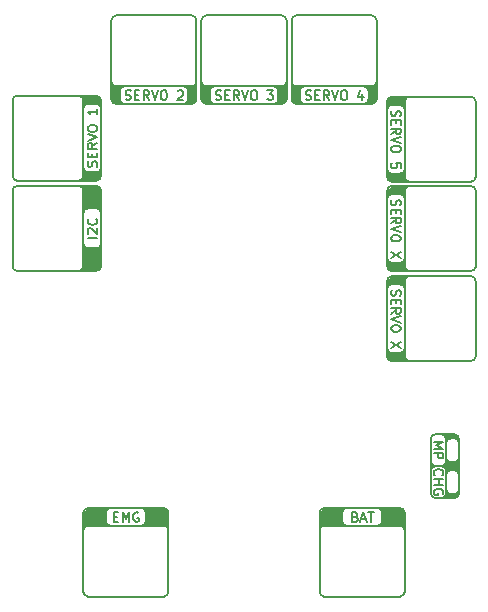
<source format=gbr>
G04 #@! TF.GenerationSoftware,KiCad,Pcbnew,(5.99.0-7554-g937713dbbc)*
G04 #@! TF.CreationDate,2020-12-16T08:12:25+03:00*
G04 #@! TF.ProjectId,BioniX,42696f6e-6958-42e6-9b69-6361645f7063,rev?*
G04 #@! TF.SameCoordinates,PX6422c40PY5a995c0*
G04 #@! TF.FileFunction,Legend,Top*
G04 #@! TF.FilePolarity,Positive*
%FSLAX46Y46*%
G04 Gerber Fmt 4.6, Leading zero omitted, Abs format (unit mm)*
G04 Created by KiCad (PCBNEW (5.99.0-7554-g937713dbbc)) date 2020-12-16 08:12:25*
%MOMM*%
%LPD*%
G01*
G04 APERTURE LIST*
%ADD10C,0.150000*%
%ADD11C,0.100000*%
G04 APERTURE END LIST*
D10*
X38010000Y14040000D02*
X38010000Y13790000D01*
X32110000Y35922843D02*
G75*
G03*
X32510000Y35522843I400000J0D01*
G01*
X38010000Y9065000D02*
X38010000Y8890000D01*
X32110000Y20732843D02*
G75*
G03*
X32510000Y20332843I400000J0D01*
G01*
D11*
X33200001Y7900000D02*
X33600000Y7500000D01*
X33600000Y7500000D02*
X33600000Y6400000D01*
X33600000Y6400000D02*
X31700000Y6400000D01*
X31700000Y6400000D02*
X31700001Y7900000D01*
X31700001Y7900000D02*
X33200001Y7900000D01*
G36*
X33600000Y7500000D02*
G01*
X33600000Y6400000D01*
X31700000Y6400000D01*
X31700001Y7900000D01*
X33200001Y7900000D01*
X33600000Y7500000D01*
G37*
X33600000Y7500000D02*
X33600000Y6400000D01*
X31700000Y6400000D01*
X31700001Y7900000D01*
X33200001Y7900000D01*
X33600000Y7500000D01*
D10*
X36710000Y8740000D02*
G75*
G03*
X37110000Y9140000I0J400000D01*
G01*
X400000Y36000000D02*
G75*
G03*
X800000Y35600000I400000J0D01*
G01*
D11*
X7900000Y28372157D02*
X7500000Y27972157D01*
X7500000Y27972157D02*
X6400000Y27972157D01*
X6400000Y27972157D02*
X6400000Y29872157D01*
X6400000Y29872157D02*
X7900000Y29872157D01*
X7900000Y29872157D02*
X7900000Y28372157D01*
G36*
X7900000Y28372157D02*
G01*
X7500000Y27972157D01*
X6400000Y27972157D01*
X6400000Y29872157D01*
X7900000Y29872157D01*
X7900000Y28372157D01*
G37*
X7900000Y28372157D02*
X7500000Y27972157D01*
X6400000Y27972157D01*
X6400000Y29872157D01*
X7900000Y29872157D01*
X7900000Y28372157D01*
X8300000Y7900000D02*
X8300000Y6400000D01*
X8300000Y6400000D02*
X6400000Y6400000D01*
X6400000Y6400000D02*
X6400000Y7500000D01*
X6400000Y7500000D02*
X6800000Y7900000D01*
X6800000Y7900000D02*
X8300000Y7900000D01*
G36*
X8300000Y6400000D02*
G01*
X6400000Y6400000D01*
X6400000Y7500000D01*
X6800000Y7900000D01*
X8300000Y7900000D01*
X8300000Y6400000D01*
G37*
X8300000Y6400000D02*
X6400000Y6400000D01*
X6400000Y7500000D01*
X6800000Y7900000D01*
X8300000Y7900000D01*
X8300000Y6400000D01*
D10*
X37810000Y8740000D02*
X36210000Y8740000D01*
X400000Y34772157D02*
X400000Y28372157D01*
X26800000Y400000D02*
X33200000Y400000D01*
X6400000Y36302843D02*
X7900000Y36302843D01*
X39207157Y27960000D02*
X32507157Y27960000D01*
D11*
X7900001Y33272154D02*
X6400000Y33272154D01*
X6400000Y33272154D02*
X6400000Y35172154D01*
X6400000Y35172154D02*
X7500001Y35172154D01*
X7500001Y35172154D02*
X7900001Y34772154D01*
X7900001Y34772154D02*
X7900001Y33272154D01*
G36*
X7900001Y34772154D02*
G01*
X7900001Y33272154D01*
X6400000Y33272154D01*
X6400000Y35172154D01*
X7500001Y35172154D01*
X7900001Y34772154D01*
G37*
X7900001Y34772154D02*
X7900001Y33272154D01*
X6400000Y33272154D01*
X6400000Y35172154D01*
X7500001Y35172154D01*
X7900001Y34772154D01*
D10*
X38210000Y10690000D02*
G75*
G03*
X37810000Y11090000I-400000J0D01*
G01*
X37110000Y11440000D02*
X37110000Y8740000D01*
X6400000Y34772157D02*
G75*
G03*
X6000000Y35172157I-400000J0D01*
G01*
X800000Y35172157D02*
G75*
G03*
X400000Y34772157I0J-400000D01*
G01*
X39207157Y35160000D02*
X32507157Y35160000D01*
D11*
X8772844Y42500001D02*
X8772844Y43600001D01*
X8772844Y43600001D02*
X9475687Y43600001D01*
X9475687Y43600001D02*
X9475687Y42100001D01*
X9475687Y42100001D02*
X9172844Y42100001D01*
X9172844Y42100001D02*
X8772844Y42500001D01*
G36*
X9475687Y42100001D02*
G01*
X9172844Y42100001D01*
X8772844Y42500001D01*
X8772844Y43600001D01*
X9475687Y43600001D01*
X9475687Y42100001D01*
G37*
X9475687Y42100001D02*
X9172844Y42100001D01*
X8772844Y42500001D01*
X8772844Y43600001D01*
X9475687Y43600001D01*
X9475687Y42100001D01*
D10*
X15572843Y42100000D02*
G75*
G03*
X15972843Y42500000I0J400000D01*
G01*
X6800000Y400000D02*
X13200000Y400000D01*
X37860000Y11640000D02*
X37160000Y11640000D01*
X7900000Y36000000D02*
X7900000Y42400000D01*
X33607157Y27960000D02*
X33607157Y35160000D01*
X38010000Y11340000D02*
X38010000Y11090000D01*
X35810000Y9140000D02*
X35810000Y11040000D01*
X11700000Y6400000D02*
X11700000Y7900000D01*
X800000Y42800000D02*
G75*
G03*
X400000Y42400000I0J-400000D01*
G01*
X37110000Y12170000D02*
G75*
G03*
X37510000Y11770000I400000J0D01*
G01*
X26400000Y800000D02*
X26400000Y7500000D01*
D11*
X16400001Y42502844D02*
X16400001Y43602843D01*
X16400001Y43602843D02*
X17102844Y43602843D01*
X17102844Y43602843D02*
X17102844Y42102844D01*
X17102844Y42102844D02*
X16800001Y42102844D01*
X16800001Y42102844D02*
X16400001Y42502844D01*
G36*
X17102844Y42102844D02*
G01*
X16800001Y42102844D01*
X16400001Y42502844D01*
X16400001Y43602843D01*
X17102844Y43602843D01*
X17102844Y42102844D01*
G37*
X17102844Y42102844D02*
X16800001Y42102844D01*
X16400001Y42502844D01*
X16400001Y43602843D01*
X17102844Y43602843D01*
X17102844Y42102844D01*
D10*
X38210000Y13740000D02*
X38210000Y10790000D01*
X30142843Y42100000D02*
G75*
G03*
X30542843Y42500000I0J400000D01*
G01*
X26800000Y7900000D02*
G75*
G03*
X26400000Y7500000I0J-400000D01*
G01*
X33610000Y42020000D02*
X32110000Y42020000D01*
X8772843Y44000000D02*
G75*
G03*
X9172843Y43600000I400000J0D01*
G01*
X37510000Y11090000D02*
G75*
G03*
X37110000Y10690000I0J-400000D01*
G01*
X39210000Y35522843D02*
G75*
G03*
X39610000Y35922843I0J400000D01*
G01*
X17102843Y42502843D02*
G75*
G03*
X17502843Y42102843I400000J0D01*
G01*
X39210000Y42722843D02*
X32510000Y42722843D01*
X24725686Y42500000D02*
G75*
G03*
X25125686Y42100000I400000J0D01*
G01*
D11*
X22920001Y43602843D02*
X23600001Y43602843D01*
X23600001Y43602843D02*
X23600001Y42502844D01*
X23600001Y42502844D02*
X23200001Y42102844D01*
X23200001Y42102844D02*
X22920001Y42102844D01*
X22920001Y42102844D02*
X22920001Y43602843D01*
G36*
X23600001Y42502844D02*
G01*
X23200001Y42102844D01*
X22920001Y42102844D01*
X22920001Y43602843D01*
X23600001Y43602843D01*
X23600001Y42502844D01*
G37*
X23600001Y42502844D02*
X23200001Y42102844D01*
X22920001Y42102844D01*
X22920001Y43602843D01*
X23600001Y43602843D01*
X23600001Y42502844D01*
D10*
X9875686Y43600000D02*
G75*
G03*
X9475686Y43200000I0J-400000D01*
G01*
X13600000Y800000D02*
X13600000Y7500000D01*
X6400000Y6400000D02*
X13600000Y6400000D01*
X24022843Y49200000D02*
X24022843Y42500000D01*
X37810000Y9070000D02*
X37110000Y9070000D01*
X33600000Y6000000D02*
G75*
G03*
X33200000Y6400000I-400000J0D01*
G01*
X15972843Y49200000D02*
X15972843Y42500000D01*
X34010000Y27532843D02*
G75*
G03*
X33610000Y27132843I0J-400000D01*
G01*
D11*
X32507158Y35160000D02*
X33607158Y35160000D01*
X33607158Y35160000D02*
X33607158Y34457157D01*
X33607158Y34457157D02*
X32107158Y34457157D01*
X32107158Y34457157D02*
X32107158Y34760000D01*
X32107158Y34760000D02*
X32507158Y35160000D01*
G36*
X33607158Y34457157D02*
G01*
X32107158Y34457157D01*
X32107158Y34760000D01*
X32507158Y35160000D01*
X33607158Y35160000D01*
X33607158Y34457157D01*
G37*
X33607158Y34457157D02*
X32107158Y34457157D01*
X32107158Y34760000D01*
X32507158Y35160000D01*
X33607158Y35160000D01*
X33607158Y34457157D01*
X7499999Y35600000D02*
X6399999Y35600000D01*
X6399999Y35600000D02*
X6399999Y36302843D01*
X6399999Y36302843D02*
X7899999Y36302843D01*
X7899999Y36302843D02*
X7899999Y36000000D01*
X7899999Y36000000D02*
X7499999Y35600000D01*
G36*
X7899999Y36000000D02*
G01*
X7499999Y35600000D01*
X6399999Y35600000D01*
X6399999Y36302843D01*
X7899999Y36302843D01*
X7899999Y36000000D01*
G37*
X7899999Y36000000D02*
X7499999Y35600000D01*
X6399999Y35600000D01*
X6399999Y36302843D01*
X7899999Y36302843D01*
X7899999Y36000000D01*
D10*
X33207157Y28640000D02*
G75*
G03*
X33607157Y29040000I0J400000D01*
G01*
X16800000Y49602843D02*
G75*
G03*
X16400000Y49202843I0J-400000D01*
G01*
X9172843Y42100000D02*
X15572843Y42100000D01*
X37810000Y11090000D02*
X37110000Y11090000D01*
X8772843Y49200000D02*
X8772843Y42500000D01*
X16400000Y44002843D02*
G75*
G03*
X16800000Y43602843I400000J0D01*
G01*
X35810000Y11440000D02*
X37810000Y11440000D01*
X32107157Y28640000D02*
X33607157Y28640000D01*
X6400000Y36702843D02*
G75*
G03*
X6800000Y36302843I400000J0D01*
G01*
X37860000Y8790000D02*
X37160000Y8790000D01*
X32110000Y21012843D02*
X33610000Y21012843D01*
X33600000Y800000D02*
X33600000Y7500000D01*
D11*
X32510001Y27532843D02*
X33610001Y27532843D01*
X33610001Y27532843D02*
X33610001Y26830000D01*
X33610001Y26830000D02*
X32110001Y26830000D01*
X32110001Y26830000D02*
X32110001Y27132843D01*
X32110001Y27132843D02*
X32510001Y27532843D01*
G36*
X33610001Y26830000D02*
G01*
X32110001Y26830000D01*
X32110001Y27132843D01*
X32510001Y27532843D01*
X33610001Y27532843D01*
X33610001Y26830000D01*
G37*
X33610001Y26830000D02*
X32110001Y26830000D01*
X32110001Y27132843D01*
X32510001Y27532843D01*
X33610001Y27532843D01*
X33610001Y26830000D01*
D10*
X17102843Y43602843D02*
X17102843Y42102843D01*
X15972843Y43600000D02*
X8772843Y43600000D01*
X7900000Y34772157D02*
G75*
G03*
X7500000Y35172157I-400000J0D01*
G01*
X31700000Y6400000D02*
X31700000Y7900000D01*
X7500000Y29872157D02*
G75*
G03*
X7900000Y30272157I0J400000D01*
G01*
X37510000Y13790000D02*
G75*
G03*
X37110000Y13390000I0J-400000D01*
G01*
X37860000Y11190000D02*
X37160000Y11190000D01*
X22920000Y43202843D02*
G75*
G03*
X22520000Y43602843I-400000J0D01*
G01*
X7500000Y35600000D02*
G75*
G03*
X7900000Y36000000I0J400000D01*
G01*
X13200000Y7900000D02*
X6800000Y7900000D01*
X800000Y27972157D02*
X7500000Y27972157D01*
X32510000Y42722843D02*
G75*
G03*
X32110000Y42322843I0J-400000D01*
G01*
X23600000Y43602843D02*
X16400000Y43602843D01*
X37860000Y14040000D02*
X37910000Y13840000D01*
X37810000Y14140000D02*
X37160000Y14140000D01*
X36210000Y14140000D02*
X37810000Y14140000D01*
X23200000Y43602843D02*
G75*
G03*
X23600000Y44002843I0J400000D01*
G01*
X37910000Y11765000D02*
X37860000Y11490000D01*
X32110000Y27132843D02*
X32110000Y20732843D01*
X6800000Y6400000D02*
G75*
G03*
X6400000Y6000000I0J-400000D01*
G01*
X37860000Y8940000D02*
X37160000Y8940000D01*
X26800000Y6400000D02*
G75*
G03*
X26400000Y6000000I0J-400000D01*
G01*
X24022843Y44000000D02*
G75*
G03*
X24422843Y43600000I400000J0D01*
G01*
X33610000Y35522843D02*
X33610000Y42722843D01*
X33610000Y41620000D02*
G75*
G03*
X33210000Y42020000I-400000J0D01*
G01*
X13200000Y400000D02*
G75*
G03*
X13600000Y800000I0J400000D01*
G01*
X39610000Y35922843D02*
X39610000Y42322843D01*
X37110000Y9470000D02*
G75*
G03*
X37510000Y9070000I400000J0D01*
G01*
X6400000Y35172157D02*
X6400000Y27972157D01*
X33610000Y26830000D02*
X32110000Y26830000D01*
X37860000Y11340000D02*
X37910000Y11140000D01*
X7900000Y32872157D02*
G75*
G03*
X7500000Y33272157I-400000J0D01*
G01*
X37860000Y11490000D02*
X37160000Y11490000D01*
X37110000Y11040000D02*
G75*
G03*
X36710000Y11440000I-400000J0D01*
G01*
X6400000Y800000D02*
G75*
G03*
X6800000Y400000I400000J0D01*
G01*
X24022843Y42500000D02*
G75*
G03*
X24422843Y42100000I400000J0D01*
G01*
X23200000Y49602843D02*
X16800000Y49602843D01*
X11300000Y6400000D02*
G75*
G03*
X11700000Y6800000I0J400000D01*
G01*
X30822843Y49600000D02*
X24422843Y49600000D01*
X32107157Y34760000D02*
X32107157Y28360000D01*
X32510000Y27532843D02*
G75*
G03*
X32110000Y27132843I0J-400000D01*
G01*
X30542843Y42100000D02*
X30542843Y43600000D01*
X24725686Y43600000D02*
X24725686Y42100000D01*
D11*
X13200000Y7900000D02*
X13600000Y7500000D01*
X13600000Y7500000D02*
X13600000Y6400000D01*
X13600000Y6400000D02*
X11700000Y6400000D01*
X11700000Y6400000D02*
X11700000Y7900000D01*
X11700000Y7900000D02*
X13200000Y7900000D01*
G36*
X13600000Y7500000D02*
G01*
X13600000Y6400000D01*
X11700000Y6400000D01*
X11700000Y7900000D01*
X13200000Y7900000D01*
X13600000Y7500000D01*
G37*
X13600000Y7500000D02*
X13600000Y6400000D01*
X11700000Y6400000D01*
X11700000Y7900000D01*
X13200000Y7900000D01*
X13600000Y7500000D01*
D10*
X16800000Y42102843D02*
X23200000Y42102843D01*
X36710000Y11440000D02*
G75*
G03*
X37110000Y11840000I0J400000D01*
G01*
X37810000Y11770000D02*
G75*
G03*
X38210000Y12170000I0J400000D01*
G01*
X33610000Y20332843D02*
X33610000Y27532843D01*
X39610000Y42322843D02*
G75*
G03*
X39210000Y42722843I-400000J0D01*
G01*
D11*
X6400000Y42120000D02*
X6400000Y42800000D01*
X6400000Y42800000D02*
X7500000Y42800000D01*
X7500000Y42800000D02*
X7900000Y42400000D01*
X7900000Y42400000D02*
X7900000Y42120000D01*
X7900000Y42120000D02*
X6400000Y42120000D01*
G36*
X7900000Y42400000D02*
G01*
X7900000Y42120000D01*
X6400000Y42120000D01*
X6400000Y42800000D01*
X7500000Y42800000D01*
X7900000Y42400000D01*
G37*
X7900000Y42400000D02*
X7900000Y42120000D01*
X6400000Y42120000D01*
X6400000Y42800000D01*
X7500000Y42800000D01*
X7900000Y42400000D01*
D10*
X7900000Y28372157D02*
X7900000Y34772157D01*
X39207157Y27960000D02*
G75*
G03*
X39607157Y28360000I0J400000D01*
G01*
X33200000Y7900000D02*
X26800000Y7900000D01*
X39610000Y20732843D02*
X39610000Y27132843D01*
X16400000Y42502843D02*
G75*
G03*
X16800000Y42102843I400000J0D01*
G01*
X39210000Y27532843D02*
X32510000Y27532843D01*
X800000Y35600000D02*
X7500000Y35600000D01*
X38210000Y11040000D02*
G75*
G03*
X37810000Y11440000I-400000J0D01*
G01*
X37810000Y8740000D02*
G75*
G03*
X38210000Y9140000I0J400000D01*
G01*
X39610000Y27132843D02*
G75*
G03*
X39210000Y27532843I-400000J0D01*
G01*
D11*
X33609998Y36202843D02*
X33609998Y35522843D01*
X33609998Y35522843D02*
X32510001Y35522843D01*
X32510001Y35522843D02*
X32110001Y35922844D01*
X32110001Y35922844D02*
X32110001Y36202844D01*
X32110001Y36202844D02*
X33609998Y36202843D01*
G36*
X33609998Y36202843D02*
G01*
X33609998Y35522843D01*
X32510001Y35522843D01*
X32110001Y35922844D01*
X32110001Y36202844D01*
X33609998Y36202843D01*
G37*
X33609998Y36202843D02*
X33609998Y35522843D01*
X32510001Y35522843D01*
X32110001Y35922844D01*
X32110001Y36202844D01*
X33609998Y36202843D01*
D10*
X39210000Y20332843D02*
X32510000Y20332843D01*
X32507157Y34457157D02*
G75*
G03*
X32107157Y34057157I0J-400000D01*
G01*
X33607157Y28360000D02*
G75*
G03*
X34007157Y27960000I400000J0D01*
G01*
X38180000Y11440000D02*
X37160000Y11440000D01*
X36210000Y11440000D02*
G75*
G03*
X35810000Y11040000I0J-400000D01*
G01*
X38092843Y11322843D02*
X38092843Y11040000D01*
X37810000Y11440000D02*
G75*
G03*
X38210000Y11840000I0J400000D01*
G01*
X38110000Y11865000D02*
X38092843Y11640000D01*
D11*
X15292844Y43600001D02*
X15972844Y43600001D01*
X15972844Y43600001D02*
X15972844Y42500001D01*
X15972844Y42500001D02*
X15572844Y42100001D01*
X15572844Y42100001D02*
X15292844Y42100001D01*
X15292844Y42100001D02*
X15292844Y43600001D01*
G36*
X15972844Y42500001D02*
G01*
X15572844Y42100001D01*
X15292844Y42100001D01*
X15292844Y43600001D01*
X15972844Y43600001D01*
X15972844Y42500001D01*
G37*
X15972844Y42500001D02*
X15572844Y42100001D01*
X15292844Y42100001D01*
X15292844Y43600001D01*
X15972844Y43600001D01*
X15972844Y42500001D01*
D10*
X33607157Y34457157D02*
X32107157Y34457157D01*
X15292843Y42100000D02*
X15292843Y43600000D01*
X6800000Y42120000D02*
G75*
G03*
X6400000Y41720000I0J-400000D01*
G01*
D11*
X32510002Y42722843D02*
X33610001Y42722843D01*
X33610001Y42722843D02*
X33610001Y42019997D01*
X33610001Y42019997D02*
X32110002Y42020000D01*
X32110002Y42020000D02*
X32110005Y42322843D01*
X32110005Y42322843D02*
X32510002Y42722843D01*
G36*
X33610001Y42019997D02*
G01*
X32110002Y42020000D01*
X32110005Y42322843D01*
X32510002Y42722843D01*
X33610001Y42722843D01*
X33610001Y42019997D01*
G37*
X33610001Y42019997D02*
X32110002Y42020000D01*
X32110005Y42322843D01*
X32510002Y42722843D01*
X33610001Y42722843D01*
X33610001Y42019997D01*
D10*
X33610000Y26430000D02*
G75*
G03*
X33210000Y26830000I-400000J0D01*
G01*
X14892843Y42100000D02*
G75*
G03*
X15292843Y42500000I0J400000D01*
G01*
X38092843Y14022843D02*
X38092843Y13740000D01*
X28700000Y7900000D02*
G75*
G03*
X28300000Y7500000I0J-400000D01*
G01*
X6000000Y27972157D02*
G75*
G03*
X6400000Y28372157I0J400000D01*
G01*
X32510000Y42020000D02*
G75*
G03*
X32110000Y41620000I0J-400000D01*
G01*
X23600000Y49202843D02*
X23600000Y42502843D01*
X37810000Y9070000D02*
G75*
G03*
X38210000Y9470000I0J400000D01*
G01*
X37810000Y11770000D02*
X37110000Y11770000D01*
X31222843Y43600000D02*
X24022843Y43600000D01*
X38210000Y13740000D02*
G75*
G03*
X37810000Y14140000I-400000J0D01*
G01*
X31300000Y6400000D02*
G75*
G03*
X31700000Y6800000I0J400000D01*
G01*
X37810000Y13790000D02*
X37110000Y13790000D01*
X800000Y42800000D02*
X7500000Y42800000D01*
X32110000Y42322843D02*
X32110000Y35922843D01*
D11*
X33607158Y28640000D02*
X33607158Y27960000D01*
X33607158Y27960000D02*
X32507158Y27960000D01*
X32507158Y27960000D02*
X32107158Y28360000D01*
X32107158Y28360000D02*
X32107158Y28640000D01*
X32107158Y28640000D02*
X33607158Y28640000D01*
G36*
X33607158Y27960000D02*
G01*
X32507158Y27960000D01*
X32107158Y28360000D01*
X32107158Y28640000D01*
X33607158Y28640000D01*
X33607158Y27960000D01*
G37*
X33607158Y27960000D02*
X32507158Y27960000D01*
X32107158Y28360000D01*
X32107158Y28640000D01*
X33607158Y28640000D01*
X33607158Y27960000D01*
D10*
X32107157Y29040000D02*
G75*
G03*
X32507157Y28640000I400000J0D01*
G01*
X23600000Y49202843D02*
G75*
G03*
X23200000Y49602843I-400000J0D01*
G01*
X6400000Y42800000D02*
X6400000Y35600000D01*
X6000000Y35600000D02*
G75*
G03*
X6400000Y36000000I0J400000D01*
G01*
X9172843Y49600000D02*
G75*
G03*
X8772843Y49200000I0J-400000D01*
G01*
X33210000Y21012843D02*
G75*
G03*
X33610000Y21412843I0J400000D01*
G01*
X32110000Y21412843D02*
G75*
G03*
X32510000Y21012843I400000J0D01*
G01*
X6800000Y7900000D02*
G75*
G03*
X6400000Y7500000I0J-400000D01*
G01*
X23200000Y42102843D02*
G75*
G03*
X23600000Y42502843I0J400000D01*
G01*
X31222843Y49200000D02*
X31222843Y42500000D01*
X32510000Y26830000D02*
G75*
G03*
X32110000Y26430000I0J-400000D01*
G01*
X6400000Y29872157D02*
X7900000Y29872157D01*
X36210000Y14140000D02*
G75*
G03*
X35810000Y13740000I0J-400000D01*
G01*
X13600000Y6000000D02*
G75*
G03*
X13200000Y6400000I-400000J0D01*
G01*
X11700000Y7500000D02*
G75*
G03*
X11300000Y7900000I-400000J0D01*
G01*
D11*
X28300000Y7900000D02*
X28300000Y6400000D01*
X28300000Y6400000D02*
X26400000Y6400000D01*
X26400000Y6400000D02*
X26400000Y7500000D01*
X26400000Y7500000D02*
X26800000Y7900000D01*
X26800000Y7900000D02*
X28300000Y7900000D01*
G36*
X28300000Y6400000D02*
G01*
X26400000Y6400000D01*
X26400000Y7500000D01*
X26800000Y7900000D01*
X28300000Y7900000D01*
X28300000Y6400000D01*
G37*
X28300000Y6400000D02*
X26400000Y6400000D01*
X26400000Y7500000D01*
X26800000Y7900000D01*
X28300000Y7900000D01*
X28300000Y6400000D01*
D10*
X25125686Y43600000D02*
G75*
G03*
X24725686Y43200000I0J-400000D01*
G01*
X13600000Y7500000D02*
G75*
G03*
X13200000Y7900000I-400000J0D01*
G01*
D11*
X30542844Y43600001D02*
X31222844Y43600001D01*
X31222844Y43600001D02*
X31222844Y42500001D01*
X31222844Y42500001D02*
X30822844Y42100001D01*
X30822844Y42100001D02*
X30542844Y42100001D01*
X30542844Y42100001D02*
X30542844Y43600001D01*
G36*
X31222844Y42500001D02*
G01*
X30822844Y42100001D01*
X30542844Y42100001D01*
X30542844Y43600001D01*
X31222844Y43600001D01*
X31222844Y42500001D01*
G37*
X31222844Y42500001D02*
X30822844Y42100001D01*
X30542844Y42100001D01*
X30542844Y43600001D01*
X31222844Y43600001D01*
X31222844Y42500001D01*
D10*
X32110000Y36602843D02*
G75*
G03*
X32510000Y36202843I400000J0D01*
G01*
X35810000Y11040000D02*
X35810000Y13740000D01*
X37860000Y14040000D02*
X37160000Y14040000D01*
X15972843Y49200000D02*
G75*
G03*
X15572843Y49600000I-400000J0D01*
G01*
X8300000Y7900000D02*
X8300000Y6400000D01*
X37110000Y13740000D02*
G75*
G03*
X36710000Y14140000I-400000J0D01*
G01*
X39607157Y34760000D02*
G75*
G03*
X39207157Y35160000I-400000J0D01*
G01*
X39607157Y28300000D02*
X39607157Y34700000D01*
X39210000Y35522843D02*
X32510000Y35522843D01*
X9475686Y43600000D02*
X9475686Y42100000D01*
X8700000Y7900000D02*
G75*
G03*
X8300000Y7500000I0J-400000D01*
G01*
X22920000Y42102843D02*
X22920000Y43602843D01*
X28300000Y7900000D02*
X28300000Y6400000D01*
X6400000Y800000D02*
X6400000Y7500000D01*
D11*
X33610001Y21012843D02*
X33610001Y20332843D01*
X33610001Y20332843D02*
X32510001Y20332843D01*
X32510001Y20332843D02*
X32110001Y20732843D01*
X32110001Y20732843D02*
X32110001Y21012843D01*
X32110001Y21012843D02*
X33610001Y21012843D01*
G36*
X33610001Y20332843D02*
G01*
X32510001Y20332843D01*
X32110001Y20732843D01*
X32110001Y21012843D01*
X33610001Y21012843D01*
X33610001Y20332843D01*
G37*
X33610001Y20332843D02*
X32510001Y20332843D01*
X32110001Y20732843D01*
X32110001Y21012843D01*
X33610001Y21012843D01*
X33610001Y20332843D01*
D10*
X38210000Y13390000D02*
G75*
G03*
X37810000Y13790000I-400000J0D01*
G01*
X33200000Y400000D02*
G75*
G03*
X33600000Y800000I0J400000D01*
G01*
X15292843Y43200000D02*
G75*
G03*
X14892843Y43600000I-400000J0D01*
G01*
X24422843Y49600000D02*
G75*
G03*
X24022843Y49200000I0J-400000D01*
G01*
X33610000Y35922843D02*
G75*
G03*
X34010000Y35522843I400000J0D01*
G01*
X6400000Y42400000D02*
G75*
G03*
X6000000Y42800000I-400000J0D01*
G01*
X7900000Y42400000D02*
G75*
G03*
X7500000Y42800000I-400000J0D01*
G01*
X33600000Y7500000D02*
G75*
G03*
X33200000Y7900000I-400000J0D01*
G01*
X7900000Y33272157D02*
X6400000Y33272157D01*
X30822843Y42100000D02*
G75*
G03*
X31222843Y42500000I0J400000D01*
G01*
X33210000Y36202843D02*
G75*
G03*
X33610000Y36602843I0J400000D01*
G01*
X7500000Y36302843D02*
G75*
G03*
X7900000Y36702843I0J400000D01*
G01*
X400000Y28372157D02*
G75*
G03*
X800000Y27972157I400000J0D01*
G01*
X38010000Y11765000D02*
X38010000Y11590000D01*
X37110000Y14140000D02*
X37110000Y11440000D01*
X37860000Y11340000D02*
X37160000Y11340000D01*
X38110000Y9165000D02*
X38092843Y8940000D01*
X34007157Y35160000D02*
G75*
G03*
X33607157Y34760000I0J-400000D01*
G01*
X35810000Y11840000D02*
G75*
G03*
X36210000Y11440000I400000J0D01*
G01*
X28300000Y6800000D02*
G75*
G03*
X28700000Y6400000I400000J0D01*
G01*
X26400000Y6400000D02*
X33600000Y6400000D01*
X32110000Y36202843D02*
X33610000Y36202843D01*
X31222843Y49200000D02*
G75*
G03*
X30822843Y49600000I-400000J0D01*
G01*
X8772843Y42500000D02*
G75*
G03*
X9172843Y42100000I400000J0D01*
G01*
X800000Y35172157D02*
X7500000Y35172157D01*
X34010000Y42722843D02*
G75*
G03*
X33610000Y42322843I0J-400000D01*
G01*
X38210000Y11040000D02*
X38210000Y9140000D01*
X400000Y42400000D02*
X400000Y36000000D01*
X33610000Y20732843D02*
G75*
G03*
X34010000Y20332843I400000J0D01*
G01*
X32107157Y28360000D02*
G75*
G03*
X32507157Y27960000I400000J0D01*
G01*
X24422843Y42100000D02*
X30822843Y42100000D01*
X26400000Y800000D02*
G75*
G03*
X26800000Y400000I400000J0D01*
G01*
X22520000Y42102843D02*
G75*
G03*
X22920000Y42502843I0J400000D01*
G01*
X6400000Y30272157D02*
G75*
G03*
X6800000Y29872157I400000J0D01*
G01*
X30542843Y43200000D02*
G75*
G03*
X30142843Y43600000I-400000J0D01*
G01*
X7900000Y42120000D02*
X6400000Y42120000D01*
X31700000Y7500000D02*
G75*
G03*
X31300000Y7900000I-400000J0D01*
G01*
X32507157Y35160000D02*
G75*
G03*
X32107157Y34760000I0J-400000D01*
G01*
X7900000Y41720000D02*
G75*
G03*
X7500000Y42120000I-400000J0D01*
G01*
X37860000Y13890000D02*
X37160000Y13890000D01*
X16400000Y49202843D02*
X16400000Y42502843D01*
X35810000Y9140000D02*
G75*
G03*
X36210000Y8740000I400000J0D01*
G01*
X7500000Y27972157D02*
G75*
G03*
X7900000Y28372157I0J400000D01*
G01*
X9475686Y42500000D02*
G75*
G03*
X9875686Y42100000I400000J0D01*
G01*
X37910000Y9065000D02*
X37860000Y8790000D01*
X15572843Y49600000D02*
X9172843Y49600000D01*
X30822843Y43600000D02*
G75*
G03*
X31222843Y44000000I0J400000D01*
G01*
X17502843Y43602843D02*
G75*
G03*
X17102843Y43202843I0J-400000D01*
G01*
X8300000Y6800000D02*
G75*
G03*
X8700000Y6400000I400000J0D01*
G01*
D11*
X24022844Y42500001D02*
X24022844Y43600001D01*
X24022844Y43600001D02*
X24725687Y43600001D01*
X24725687Y43600001D02*
X24725687Y42100001D01*
X24725687Y42100001D02*
X24422844Y42100001D01*
X24422844Y42100001D02*
X24022844Y42500001D01*
G36*
X24725687Y42100001D02*
G01*
X24422844Y42100001D01*
X24022844Y42500001D01*
X24022844Y43600001D01*
X24725687Y43600001D01*
X24725687Y42100001D01*
G37*
X24725687Y42100001D02*
X24422844Y42100001D01*
X24022844Y42500001D01*
X24022844Y43600001D01*
X24725687Y43600001D01*
X24725687Y42100001D01*
D10*
X15572843Y43600000D02*
G75*
G03*
X15972843Y44000000I0J400000D01*
G01*
X6800000Y33272157D02*
G75*
G03*
X6400000Y32872157I0J-400000D01*
G01*
X39210000Y20332843D02*
G75*
G03*
X39610000Y20732843I0J400000D01*
G01*
X33607157Y34057157D02*
G75*
G03*
X33207157Y34457157I-400000J0D01*
G01*
X8991428Y7157143D02*
X9258095Y7157143D01*
X9372380Y6738096D02*
X8991428Y6738096D01*
X8991428Y7538096D01*
X9372380Y7538096D01*
X9715238Y6738096D02*
X9715238Y7538096D01*
X9981904Y6966667D01*
X10248571Y7538096D01*
X10248571Y6738096D01*
X11048571Y7500000D02*
X10972380Y7538096D01*
X10858095Y7538096D01*
X10743809Y7500000D01*
X10667619Y7423810D01*
X10629523Y7347620D01*
X10591428Y7195239D01*
X10591428Y7080953D01*
X10629523Y6928572D01*
X10667619Y6852381D01*
X10743809Y6776191D01*
X10858095Y6738096D01*
X10934285Y6738096D01*
X11048571Y6776191D01*
X11086666Y6814286D01*
X11086666Y7080953D01*
X10934285Y7080953D01*
X25217590Y42483348D02*
X25331876Y42445253D01*
X25522352Y42445253D01*
X25598543Y42483348D01*
X25636638Y42521443D01*
X25674733Y42597634D01*
X25674733Y42673824D01*
X25636638Y42750015D01*
X25598543Y42788110D01*
X25522352Y42826205D01*
X25369971Y42864300D01*
X25293781Y42902396D01*
X25255686Y42940491D01*
X25217590Y43016681D01*
X25217590Y43092872D01*
X25255686Y43169062D01*
X25293781Y43207157D01*
X25369971Y43245253D01*
X25560447Y43245253D01*
X25674733Y43207157D01*
X26017590Y42864300D02*
X26284257Y42864300D01*
X26398543Y42445253D02*
X26017590Y42445253D01*
X26017590Y43245253D01*
X26398543Y43245253D01*
X27198543Y42445253D02*
X26931876Y42826205D01*
X26741400Y42445253D02*
X26741400Y43245253D01*
X27046162Y43245253D01*
X27122352Y43207157D01*
X27160447Y43169062D01*
X27198543Y43092872D01*
X27198543Y42978586D01*
X27160447Y42902396D01*
X27122352Y42864300D01*
X27046162Y42826205D01*
X26741400Y42826205D01*
X27427114Y43245253D02*
X27693781Y42445253D01*
X27960447Y43245253D01*
X28379495Y43245253D02*
X28531876Y43245253D01*
X28608066Y43207157D01*
X28684257Y43130967D01*
X28722352Y42978586D01*
X28722352Y42711919D01*
X28684257Y42559538D01*
X28608066Y42483348D01*
X28531876Y42445253D01*
X28379495Y42445253D01*
X28303305Y42483348D01*
X28227114Y42559538D01*
X28189019Y42711919D01*
X28189019Y42978586D01*
X28227114Y43130967D01*
X28303305Y43207157D01*
X28379495Y43245253D01*
X30017590Y42978586D02*
X30017590Y42445253D01*
X29827114Y43283348D02*
X29636638Y42711919D01*
X30131876Y42711919D01*
X29429523Y7157143D02*
X29543809Y7119048D01*
X29581904Y7080953D01*
X29620000Y7004762D01*
X29620000Y6890477D01*
X29581904Y6814286D01*
X29543809Y6776191D01*
X29467619Y6738096D01*
X29162857Y6738096D01*
X29162857Y7538096D01*
X29429523Y7538096D01*
X29505714Y7500000D01*
X29543809Y7461905D01*
X29581904Y7385715D01*
X29581904Y7309524D01*
X29543809Y7233334D01*
X29505714Y7195239D01*
X29429523Y7157143D01*
X29162857Y7157143D01*
X29924761Y6966667D02*
X30305714Y6966667D01*
X29848571Y6738096D02*
X30115238Y7538096D01*
X30381904Y6738096D01*
X30534285Y7538096D02*
X30991428Y7538096D01*
X30762857Y6738096D02*
X30762857Y7538096D01*
X7551904Y30771205D02*
X6751904Y30771205D01*
X6828095Y31114062D02*
X6790000Y31152157D01*
X6751904Y31228348D01*
X6751904Y31418824D01*
X6790000Y31495015D01*
X6828095Y31533110D01*
X6904285Y31571205D01*
X6980476Y31571205D01*
X7094761Y31533110D01*
X7551904Y31075967D01*
X7551904Y31571205D01*
X7475714Y32371205D02*
X7513809Y32333110D01*
X7551904Y32218824D01*
X7551904Y32142634D01*
X7513809Y32028348D01*
X7437619Y31952157D01*
X7361428Y31914062D01*
X7209047Y31875967D01*
X7094761Y31875967D01*
X6942380Y31914062D01*
X6866190Y31952157D01*
X6790000Y32028348D01*
X6751904Y32142634D01*
X6751904Y32218824D01*
X6790000Y32333110D01*
X6828095Y32371205D01*
X9967590Y42486191D02*
X10081876Y42448096D01*
X10272352Y42448096D01*
X10348543Y42486191D01*
X10386638Y42524286D01*
X10424733Y42600477D01*
X10424733Y42676667D01*
X10386638Y42752858D01*
X10348543Y42790953D01*
X10272352Y42829048D01*
X10119971Y42867143D01*
X10043781Y42905239D01*
X10005686Y42943334D01*
X9967590Y43019524D01*
X9967590Y43095715D01*
X10005686Y43171905D01*
X10043781Y43210000D01*
X10119971Y43248096D01*
X10310447Y43248096D01*
X10424733Y43210000D01*
X10767590Y42867143D02*
X11034257Y42867143D01*
X11148543Y42448096D02*
X10767590Y42448096D01*
X10767590Y43248096D01*
X11148543Y43248096D01*
X11948543Y42448096D02*
X11681876Y42829048D01*
X11491400Y42448096D02*
X11491400Y43248096D01*
X11796162Y43248096D01*
X11872352Y43210000D01*
X11910447Y43171905D01*
X11948543Y43095715D01*
X11948543Y42981429D01*
X11910447Y42905239D01*
X11872352Y42867143D01*
X11796162Y42829048D01*
X11491400Y42829048D01*
X12177114Y43248096D02*
X12443781Y42448096D01*
X12710447Y43248096D01*
X13129495Y43248096D02*
X13281876Y43248096D01*
X13358066Y43210000D01*
X13434257Y43133810D01*
X13472352Y42981429D01*
X13472352Y42714762D01*
X13434257Y42562381D01*
X13358066Y42486191D01*
X13281876Y42448096D01*
X13129495Y42448096D01*
X13053305Y42486191D01*
X12977114Y42562381D01*
X12939019Y42714762D01*
X12939019Y42981429D01*
X12977114Y43133810D01*
X13053305Y43210000D01*
X13129495Y43248096D01*
X14386638Y43171905D02*
X14424733Y43210000D01*
X14500924Y43248096D01*
X14691400Y43248096D01*
X14767590Y43210000D01*
X14805686Y43171905D01*
X14843781Y43095715D01*
X14843781Y43019524D01*
X14805686Y42905239D01*
X14348543Y42448096D01*
X14843781Y42448096D01*
X36144285Y10671429D02*
X36106190Y10709524D01*
X36068095Y10823810D01*
X36068095Y10900000D01*
X36106190Y11014286D01*
X36182380Y11090477D01*
X36258571Y11128572D01*
X36410952Y11166667D01*
X36525238Y11166667D01*
X36677619Y11128572D01*
X36753809Y11090477D01*
X36830000Y11014286D01*
X36868095Y10900000D01*
X36868095Y10823810D01*
X36830000Y10709524D01*
X36791904Y10671429D01*
X36068095Y10328572D02*
X36868095Y10328572D01*
X36487142Y10328572D02*
X36487142Y9871429D01*
X36068095Y9871429D02*
X36868095Y9871429D01*
X36830000Y9071429D02*
X36868095Y9147620D01*
X36868095Y9261905D01*
X36830000Y9376191D01*
X36753809Y9452381D01*
X36677619Y9490477D01*
X36525238Y9528572D01*
X36410952Y9528572D01*
X36258571Y9490477D01*
X36182380Y9452381D01*
X36106190Y9376191D01*
X36068095Y9261905D01*
X36068095Y9185715D01*
X36106190Y9071429D01*
X36144285Y9033334D01*
X36410952Y9033334D01*
X36410952Y9185715D01*
X32496190Y26338096D02*
X32458095Y26223810D01*
X32458095Y26033334D01*
X32496190Y25957143D01*
X32534285Y25919048D01*
X32610476Y25880953D01*
X32686666Y25880953D01*
X32762857Y25919048D01*
X32800952Y25957143D01*
X32839047Y26033334D01*
X32877142Y26185715D01*
X32915238Y26261905D01*
X32953333Y26300000D01*
X33029523Y26338096D01*
X33105714Y26338096D01*
X33181904Y26300000D01*
X33220000Y26261905D01*
X33258095Y26185715D01*
X33258095Y25995239D01*
X33220000Y25880953D01*
X32877142Y25538096D02*
X32877142Y25271429D01*
X32458095Y25157143D02*
X32458095Y25538096D01*
X33258095Y25538096D01*
X33258095Y25157143D01*
X32458095Y24357143D02*
X32839047Y24623810D01*
X32458095Y24814286D02*
X33258095Y24814286D01*
X33258095Y24509524D01*
X33220000Y24433334D01*
X33181904Y24395239D01*
X33105714Y24357143D01*
X32991428Y24357143D01*
X32915238Y24395239D01*
X32877142Y24433334D01*
X32839047Y24509524D01*
X32839047Y24814286D01*
X33258095Y24128572D02*
X32458095Y23861905D01*
X33258095Y23595239D01*
X33258095Y23176191D02*
X33258095Y23023810D01*
X33220000Y22947620D01*
X33143809Y22871429D01*
X32991428Y22833334D01*
X32724761Y22833334D01*
X32572380Y22871429D01*
X32496190Y22947620D01*
X32458095Y23023810D01*
X32458095Y23176191D01*
X32496190Y23252381D01*
X32572380Y23328572D01*
X32724761Y23366667D01*
X32991428Y23366667D01*
X33143809Y23328572D01*
X33220000Y23252381D01*
X33258095Y23176191D01*
X33258095Y21957143D02*
X32458095Y21423810D01*
X33258095Y21423810D02*
X32458095Y21957143D01*
X7513809Y36794748D02*
X7551904Y36909034D01*
X7551904Y37099510D01*
X7513809Y37175701D01*
X7475714Y37213796D01*
X7399523Y37251891D01*
X7323333Y37251891D01*
X7247142Y37213796D01*
X7209047Y37175701D01*
X7170952Y37099510D01*
X7132857Y36947129D01*
X7094761Y36870939D01*
X7056666Y36832843D01*
X6980476Y36794748D01*
X6904285Y36794748D01*
X6828095Y36832843D01*
X6790000Y36870939D01*
X6751904Y36947129D01*
X6751904Y37137605D01*
X6790000Y37251891D01*
X7132857Y37594748D02*
X7132857Y37861415D01*
X7551904Y37975701D02*
X7551904Y37594748D01*
X6751904Y37594748D01*
X6751904Y37975701D01*
X7551904Y38775701D02*
X7170952Y38509034D01*
X7551904Y38318558D02*
X6751904Y38318558D01*
X6751904Y38623320D01*
X6790000Y38699510D01*
X6828095Y38737605D01*
X6904285Y38775701D01*
X7018571Y38775701D01*
X7094761Y38737605D01*
X7132857Y38699510D01*
X7170952Y38623320D01*
X7170952Y38318558D01*
X6751904Y39004272D02*
X7551904Y39270939D01*
X6751904Y39537605D01*
X6751904Y39956653D02*
X6751904Y40109034D01*
X6790000Y40185224D01*
X6866190Y40261415D01*
X7018571Y40299510D01*
X7285238Y40299510D01*
X7437619Y40261415D01*
X7513809Y40185224D01*
X7551904Y40109034D01*
X7551904Y39956653D01*
X7513809Y39880463D01*
X7437619Y39804272D01*
X7285238Y39766177D01*
X7018571Y39766177D01*
X6866190Y39804272D01*
X6790000Y39880463D01*
X6751904Y39956653D01*
X7551904Y41670939D02*
X7551904Y41213796D01*
X7551904Y41442367D02*
X6751904Y41442367D01*
X6866190Y41366177D01*
X6942380Y41289986D01*
X6980476Y41213796D01*
X17594747Y42486191D02*
X17709033Y42448096D01*
X17899509Y42448096D01*
X17975700Y42486191D01*
X18013795Y42524286D01*
X18051890Y42600477D01*
X18051890Y42676667D01*
X18013795Y42752858D01*
X17975700Y42790953D01*
X17899509Y42829048D01*
X17747128Y42867143D01*
X17670938Y42905239D01*
X17632843Y42943334D01*
X17594747Y43019524D01*
X17594747Y43095715D01*
X17632843Y43171905D01*
X17670938Y43210000D01*
X17747128Y43248096D01*
X17937604Y43248096D01*
X18051890Y43210000D01*
X18394747Y42867143D02*
X18661414Y42867143D01*
X18775700Y42448096D02*
X18394747Y42448096D01*
X18394747Y43248096D01*
X18775700Y43248096D01*
X19575700Y42448096D02*
X19309033Y42829048D01*
X19118557Y42448096D02*
X19118557Y43248096D01*
X19423319Y43248096D01*
X19499509Y43210000D01*
X19537604Y43171905D01*
X19575700Y43095715D01*
X19575700Y42981429D01*
X19537604Y42905239D01*
X19499509Y42867143D01*
X19423319Y42829048D01*
X19118557Y42829048D01*
X19804271Y43248096D02*
X20070938Y42448096D01*
X20337604Y43248096D01*
X20756652Y43248096D02*
X20909033Y43248096D01*
X20985223Y43210000D01*
X21061414Y43133810D01*
X21099509Y42981429D01*
X21099509Y42714762D01*
X21061414Y42562381D01*
X20985223Y42486191D01*
X20909033Y42448096D01*
X20756652Y42448096D01*
X20680462Y42486191D01*
X20604271Y42562381D01*
X20566176Y42714762D01*
X20566176Y42981429D01*
X20604271Y43133810D01*
X20680462Y43210000D01*
X20756652Y43248096D01*
X21975700Y43248096D02*
X22470938Y43248096D01*
X22204271Y42943334D01*
X22318557Y42943334D01*
X22394747Y42905239D01*
X22432843Y42867143D01*
X22470938Y42790953D01*
X22470938Y42600477D01*
X22432843Y42524286D01*
X22394747Y42486191D01*
X22318557Y42448096D01*
X22089985Y42448096D01*
X22013795Y42486191D01*
X21975700Y42524286D01*
X36068095Y13466667D02*
X36868095Y13466667D01*
X36296666Y13200000D01*
X36868095Y12933334D01*
X36068095Y12933334D01*
X36068095Y12552381D02*
X36868095Y12552381D01*
X36868095Y12247620D01*
X36830000Y12171429D01*
X36791904Y12133334D01*
X36715714Y12095239D01*
X36601428Y12095239D01*
X36525238Y12133334D01*
X36487142Y12171429D01*
X36449047Y12247620D01*
X36449047Y12552381D01*
X32493347Y33965253D02*
X32455252Y33850967D01*
X32455252Y33660491D01*
X32493347Y33584300D01*
X32531442Y33546205D01*
X32607633Y33508110D01*
X32683823Y33508110D01*
X32760014Y33546205D01*
X32798109Y33584300D01*
X32836204Y33660491D01*
X32874299Y33812872D01*
X32912395Y33889062D01*
X32950490Y33927157D01*
X33026680Y33965253D01*
X33102871Y33965253D01*
X33179061Y33927157D01*
X33217157Y33889062D01*
X33255252Y33812872D01*
X33255252Y33622396D01*
X33217157Y33508110D01*
X32874299Y33165253D02*
X32874299Y32898586D01*
X32455252Y32784300D02*
X32455252Y33165253D01*
X33255252Y33165253D01*
X33255252Y32784300D01*
X32455252Y31984300D02*
X32836204Y32250967D01*
X32455252Y32441443D02*
X33255252Y32441443D01*
X33255252Y32136681D01*
X33217157Y32060491D01*
X33179061Y32022396D01*
X33102871Y31984300D01*
X32988585Y31984300D01*
X32912395Y32022396D01*
X32874299Y32060491D01*
X32836204Y32136681D01*
X32836204Y32441443D01*
X33255252Y31755729D02*
X32455252Y31489062D01*
X33255252Y31222396D01*
X33255252Y30803348D02*
X33255252Y30650967D01*
X33217157Y30574777D01*
X33140966Y30498586D01*
X32988585Y30460491D01*
X32721918Y30460491D01*
X32569537Y30498586D01*
X32493347Y30574777D01*
X32455252Y30650967D01*
X32455252Y30803348D01*
X32493347Y30879538D01*
X32569537Y30955729D01*
X32721918Y30993824D01*
X32988585Y30993824D01*
X33140966Y30955729D01*
X33217157Y30879538D01*
X33255252Y30803348D01*
X33255252Y29584300D02*
X32455252Y29050967D01*
X33255252Y29050967D02*
X32455252Y29584300D01*
X32496190Y41528096D02*
X32458095Y41413810D01*
X32458095Y41223334D01*
X32496190Y41147143D01*
X32534285Y41109048D01*
X32610476Y41070953D01*
X32686666Y41070953D01*
X32762857Y41109048D01*
X32800952Y41147143D01*
X32839047Y41223334D01*
X32877142Y41375715D01*
X32915238Y41451905D01*
X32953333Y41490000D01*
X33029523Y41528096D01*
X33105714Y41528096D01*
X33181904Y41490000D01*
X33220000Y41451905D01*
X33258095Y41375715D01*
X33258095Y41185239D01*
X33220000Y41070953D01*
X32877142Y40728096D02*
X32877142Y40461429D01*
X32458095Y40347143D02*
X32458095Y40728096D01*
X33258095Y40728096D01*
X33258095Y40347143D01*
X32458095Y39547143D02*
X32839047Y39813810D01*
X32458095Y40004286D02*
X33258095Y40004286D01*
X33258095Y39699524D01*
X33220000Y39623334D01*
X33181904Y39585239D01*
X33105714Y39547143D01*
X32991428Y39547143D01*
X32915238Y39585239D01*
X32877142Y39623334D01*
X32839047Y39699524D01*
X32839047Y40004286D01*
X33258095Y39318572D02*
X32458095Y39051905D01*
X33258095Y38785239D01*
X33258095Y38366191D02*
X33258095Y38213810D01*
X33220000Y38137620D01*
X33143809Y38061429D01*
X32991428Y38023334D01*
X32724761Y38023334D01*
X32572380Y38061429D01*
X32496190Y38137620D01*
X32458095Y38213810D01*
X32458095Y38366191D01*
X32496190Y38442381D01*
X32572380Y38518572D01*
X32724761Y38556667D01*
X32991428Y38556667D01*
X33143809Y38518572D01*
X33220000Y38442381D01*
X33258095Y38366191D01*
X33258095Y36690000D02*
X33258095Y37070953D01*
X32877142Y37109048D01*
X32915238Y37070953D01*
X32953333Y36994762D01*
X32953333Y36804286D01*
X32915238Y36728096D01*
X32877142Y36690000D01*
X32800952Y36651905D01*
X32610476Y36651905D01*
X32534285Y36690000D01*
X32496190Y36728096D01*
X32458095Y36804286D01*
X32458095Y36994762D01*
X32496190Y37070953D01*
X32534285Y37109048D01*
M02*

</source>
